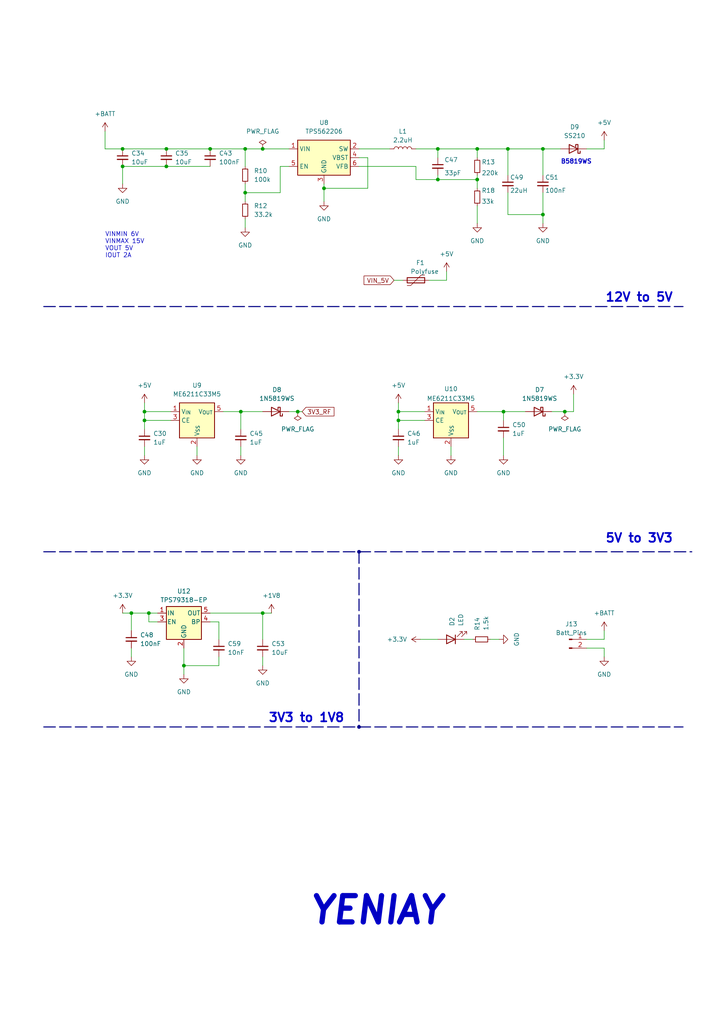
<source format=kicad_sch>
(kicad_sch (version 20231120) (generator "eeschema") (generator_version "8.0")
  (paper "A4" portrait)
  (title_block (title "POWER SECTION"))
  (lib_symbols
    (symbol "Connector:Conn_01x02_Pin" (pin_names (offset 1.016) hide)
      (property "Reference" "J" (at 0 2.54 0))
      (property "Value" "Conn_01x02_Pin" (at 0 -5.08 0))
      (symbol "Conn_01x02_Pin_1_1"
        (polyline (pts (xy 1.27 -2.54) (xy 0.8636 -2.54)) (stroke (width 0.1524)))
        (polyline (pts (xy 1.27 0) (xy 0.8636 0)) (stroke (width 0.1524)))
        (rectangle (start 0.8636 -2.413) (end 0 -2.667) (stroke (width 0.1524)) (fill (type outline)))
        (rectangle (start 0.8636 0.127) (end 0 -0.127) (stroke (width 0.1524)) (fill (type outline)))
        (pin passive line (at 5.08 0 180) (length 3.81) (name "Pin_1") (number "1"))
        (pin passive line (at 5.08 -2.54 180) (length 3.81) (name "Pin_2") (number "2"))
      )
    )
    (symbol "Device:C_Small" (pin_numbers hide) (pin_names (offset 0.254) hide)
      (property "Reference" "C" (at 0.254 1.778 0))
      (property "Value" "C_Small" (at 0.254 -2.032 0))
      (symbol "C_Small_0_1"
        (polyline (pts (xy -1.524 -0.508) (xy 1.524 -0.508)) (stroke (width 0.3302)))
        (polyline (pts (xy -1.524 0.508) (xy 1.524 0.508)) (stroke (width 0.3048)))
      )
      (symbol "C_Small_1_1"
        (pin passive line (at 0 2.54 270) (length 2.032) (name "~") (number "1"))
        (pin passive line (at 0 -2.54 90) (length 2.032) (name "~") (number "2"))
      )
    )
    (symbol "Device:L" (pin_numbers hide) (pin_names (offset 1.016) hide)
      (property "Reference" "L" (at -1.27 0 90))
      (property "Value" "L" (at 1.905 0 90))
      (symbol "L_0_1"
        (arc (start 0 -2.54) (mid 0.6323 -1.905) (end 0 -1.27))
        (arc (start 0 -1.27) (mid 0.6323 -0.635) (end 0 0))
        (arc (start 0 0) (mid 0.6323 0.635) (end 0 1.27))
        (arc (start 0 1.27) (mid 0.6323 1.905) (end 0 2.54))
      )
      (symbol "L_1_1"
        (pin passive line (at 0 3.81 270) (length 1.27) (name "1") (number "1"))
        (pin passive line (at 0 -3.81 90) (length 1.27) (name "2") (number "2"))
      )
    )
    (symbol "Device:LED" (pin_numbers hide) (pin_names (offset 1.016) hide)
      (property "Reference" "D" (at 0 2.54 0))
      (property "Value" "LED" (at 0 -2.54 0))
      (symbol "LED_0_1"
        (polyline (pts (xy -1.27 -1.27) (xy -1.27 1.27)) (stroke (width 0.254)))
        (polyline (pts (xy -1.27 0) (xy 1.27 0)))
        (polyline (pts (xy 1.27 -1.27) (xy 1.27 1.27) (xy -1.27 0) (xy 1.27 -1.27)) (stroke (width 0.254)))
        (polyline (pts (xy -3.048 -0.762) (xy -4.572 -2.286) (xy -3.81 -2.286) (xy -4.572 -2.286) (xy -4.572 -1.524)))
        (polyline (pts (xy -1.778 -0.762) (xy -3.302 -2.286) (xy -2.54 -2.286) (xy -3.302 -2.286) (xy -3.302 -1.524)))
      )
      (symbol "LED_1_1"
        (pin passive line (at -3.81 0 0) (length 2.54) (name "K") (number "1"))
        (pin passive line (at 3.81 0 180) (length 2.54) (name "A") (number "2"))
      )
    )
    (symbol "Device:Polyfuse" (pin_numbers hide) (pin_names (offset 0))
      (property "Reference" "F" (at -2.54 0 90))
      (property "Value" "Polyfuse" (at 2.54 0 90))
      (symbol "Polyfuse_0_1"
        (rectangle (start -0.762 2.54) (end 0.762 -2.54) (stroke (width 0.254)))
        (polyline (pts (xy 0 2.54) (xy 0 -2.54)))
        (polyline (pts (xy -1.524 2.54) (xy -1.524 1.524) (xy 1.524 -1.524) (xy 1.524 -2.54)))
      )
      (symbol "Polyfuse_1_1"
        (pin passive line (at 0 3.81 270) (length 1.27) (name "~") (number "1"))
        (pin passive line (at 0 -3.81 90) (length 1.27) (name "~") (number "2"))
      )
    )
    (symbol "Device:R_Small" (pin_numbers hide) (pin_names (offset 0.254) hide)
      (property "Reference" "R" (at 0.762 0.508 0))
      (property "Value" "R_Small" (at 0.762 -1.016 0))
      (symbol "R_Small_0_1"
        (rectangle (start -0.762 1.778) (end 0.762 -1.778) (stroke (width 0.2032)))
      )
      (symbol "R_Small_1_1"
        (pin passive line (at 0 2.54 270) (length 0.762) (name "~") (number "1"))
        (pin passive line (at 0 -2.54 90) (length 0.762) (name "~") (number "2"))
      )
    )
    (symbol "Diode:1N5819WS" (pin_numbers hide) (pin_names (offset 1.016) hide)
      (property "Reference" "D" (at 0 2.54 0))
      (property "Value" "1N5819WS" (at 0 -2.54 0))
      (symbol "1N5819WS_0_1"
        (polyline (pts (xy 1.27 0) (xy -1.27 0)))
        (polyline (pts (xy 1.27 1.27) (xy 1.27 -1.27) (xy -1.27 0) (xy 1.27 1.27)) (stroke (width 0.254)))
        (polyline (pts (xy -1.905 0.635) (xy -1.905 1.27) (xy -1.27 1.27) (xy -1.27 -1.27) (xy -0.635 -1.27) (xy -0.635 -0.635)) (stroke (width 0.254)))
      )
      (symbol "1N5819WS_1_1"
        (pin passive line (at -3.81 0 0) (length 2.54) (name "K") (number "1"))
        (pin passive line (at 3.81 0 180) (length 2.54) (name "A") (number "2"))
      )
    )
    (symbol "Diode:SS210" (pin_numbers hide) (pin_names (offset 1.016) hide)
      (property "Reference" "D" (at 0 2.54 0))
      (property "Value" "SS210" (at 0 -2.54 0))
      (symbol "SS210_0_1"
        (polyline (pts (xy 1.27 0) (xy -1.27 0)))
        (polyline (pts (xy 1.27 1.27) (xy 1.27 -1.27) (xy -1.27 0) (xy 1.27 1.27)) (stroke (width 0.254)))
        (polyline (pts (xy -1.905 0.635) (xy -1.905 1.27) (xy -1.27 1.27) (xy -1.27 -1.27) (xy -0.635 -1.27) (xy -0.635 -0.635)) (stroke (width 0.254)))
      )
      (symbol "SS210_1_1"
        (pin passive line (at -3.81 0 0) (length 2.54) (name "K") (number "1"))
        (pin passive line (at 3.81 0 180) (length 2.54) (name "A") (number "2"))
      )
    )
    (symbol "Regulator_Linear:ME6211C33M5"
      (property "Reference" "U" (at -4.572 6.35 0))
      (property "Value" "ME6211C33M5" (at 10.16 8.636 0))
      (symbol "ME6211C33M5_1_1"
        (rectangle (start -5.08 5.08) (end 5.08 -5.08) (stroke (width 0.254)) (fill (type background)))
        (pin power_in line (at -7.62 2.54 0) (length 2.54) (name "V_{IN}") (number "1"))
        (pin power_in line (at 0 -7.62 90) (length 2.54) (name "V_{SS}") (number "2"))
        (pin input line (at -7.62 0 0) (length 2.54) (name "CE") (number "3"))
        (pin no_connect line (at 5.08 0 180) (length 2.54) hide (name "NC") (number "4"))
        (pin power_out line (at 7.62 2.54 180) (length 2.54) (name "V_{OUT}") (number "5"))
      )
    )
    (symbol "Regulator_Linear:TPS79318-EP" (pin_names (offset 0.254))
      (property "Reference" "U" (at -3.81 5.715 0))
      (property "Value" "TPS79318-EP" (at 0 5.715 0))
      (symbol "TPS79318-EP_1_1"
        (rectangle (start 5.08 -5.08) (end -5.08 4.445) (stroke (width 0.254)) (fill (type background)))
        (pin power_in line (at -7.62 2.54 0) (length 2.54) (name "IN") (number "1"))
        (pin power_in line (at 0 -7.62 90) (length 2.54) (name "GND") (number "2"))
        (pin input line (at -7.62 0 0) (length 2.54) (name "EN") (number "3"))
        (pin bidirectional line (at 7.62 0 180) (length 2.54) (name "BP") (number "4"))
        (pin power_out line (at 7.62 2.54 180) (length 2.54) (name "OUT") (number "5"))
      )
    )
    (symbol "Regulator_Switching:TPS562206"
      (property "Reference" "U" (at -7.62 6.35 0))
      (property "Value" "TPS562206" (at -2.54 6.35 0))
      (symbol "TPS562206_0_1"
        (rectangle (start -7.62 5.08) (end 7.62 -5.08) (stroke (width 0.254)) (fill (type background)))
      )
      (symbol "TPS562206_1_1"
        (pin power_in line (at -10.16 2.54 0) (length 2.54) (name "VIN") (number "1"))
        (pin output line (at 10.16 2.54 180) (length 2.54) (name "SW") (number "2"))
        (pin power_in line (at 0 -7.62 90) (length 2.54) (name "GND") (number "3"))
        (pin passive line (at 10.16 0 180) (length 2.54) (name "VBST") (number "4"))
        (pin input line (at -10.16 -2.54 0) (length 2.54) (name "EN") (number "5"))
        (pin input line (at 10.16 -2.54 180) (length 2.54) (name "VFB") (number "6"))
      )
    )
    (symbol "power:+1V8" (power) (pin_numbers hide) (pin_names (offset 0) hide)
      (property "Value" "+1V8" (at 0 3.556 0))
      (symbol "+1V8_0_1"
        (polyline (pts (xy -0.762 1.27) (xy 0 2.54)))
        (polyline (pts (xy 0 0) (xy 0 2.54)))
        (polyline (pts (xy 0 2.54) (xy 0.762 1.27)))
      )
      (symbol "+1V8_1_1"
        (pin power_in line (at 0 0 90) (length 0) (name "~") (number "1"))
      )
    )
    (symbol "power:+3.3V" (power) (pin_numbers hide) (pin_names (offset 0) hide)
      (property "Value" "+3.3V" (at 0 3.556 0))
      (symbol "+3.3V_0_1"
        (polyline (pts (xy -0.762 1.27) (xy 0 2.54)))
        (polyline (pts (xy 0 0) (xy 0 2.54)))
        (polyline (pts (xy 0 2.54) (xy 0.762 1.27)))
      )
      (symbol "+3.3V_1_1"
        (pin power_in line (at 0 0 90) (length 0) (name "~") (number "1"))
      )
    )
    (symbol "power:+5V" (power) (pin_numbers hide) (pin_names (offset 0) hide)
      (property "Value" "+5V" (at 0 3.556 0))
      (symbol "+5V_0_1"
        (polyline (pts (xy -0.762 1.27) (xy 0 2.54)))
        (polyline (pts (xy 0 0) (xy 0 2.54)))
        (polyline (pts (xy 0 2.54) (xy 0.762 1.27)))
      )
      (symbol "+5V_1_1"
        (pin power_in line (at 0 0 90) (length 0) (name "~") (number "1"))
      )
    )
    (symbol "power:+BATT" (power) (pin_numbers hide) (pin_names (offset 0) hide)
      (property "Value" "+BATT" (at 0 3.556 0))
      (symbol "+BATT_0_1"
        (polyline (pts (xy -0.762 1.27) (xy 0 2.54)))
        (polyline (pts (xy 0 0) (xy 0 2.54)))
        (polyline (pts (xy 0 2.54) (xy 0.762 1.27)))
      )
      (symbol "+BATT_1_1"
        (pin power_in line (at 0 0 90) (length 0) (name "~") (number "1"))
      )
    )
    (symbol "power:GND" (power) (pin_numbers hide) (pin_names (offset 0) hide)
      (property "Value" "GND" (at 0 -3.81 0))
      (symbol "GND_0_1"
        (polyline (pts (xy 0 0) (xy 0 -1.27) (xy 1.27 -1.27) (xy 0 -2.54) (xy -1.27 -1.27) (xy 0 -1.27)))
      )
      (symbol "GND_1_1"
        (pin power_in line (at 0 0 270) (length 0) (name "~") (number "1"))
      )
    )
    (symbol "power:PWR_FLAG" (power) (pin_numbers hide) (pin_names (offset 0) hide)
      (property "Value" "PWR_FLAG" (at 0 3.81 0))
      (symbol "PWR_FLAG_0_0"
        (pin power_out line (at 0 0 90) (length 0) (name "~") (number "1"))
      )
      (symbol "PWR_FLAG_0_1"
        (polyline (pts (xy 0 0) (xy 0 1.27) (xy -1.016 1.905) (xy 0 2.54) (xy 1.016 1.905) (xy 0 1.27)))
      )
    )
  )
  (junction (at 41.91 121.92))
  (junction (at 157.48 62.23))
  (junction (at 138.43 43.18))
  (junction (at 60.96 43.18))
  (junction (at 86.36 119.38))
  (junction (at 35.56 48.26))
  (junction (at 138.43 52.07))
  (junction (at 157.48 43.18))
  (junction (at 48.26 48.26))
  (junction (at 127 43.18))
  (junction (at 69.85 119.38))
  (junction (at 53.34 193.04))
  (junction (at 35.56 43.18))
  (junction (at 71.12 55.88))
  (junction (at 93.98 54.61))
  (junction (at 41.91 119.38))
  (junction (at 38.1 177.8))
  (junction (at 127 52.07))
  (junction (at 71.12 43.18))
  (junction (at 115.57 119.38))
  (junction (at 76.2 177.8))
  (junction (at 146.05 119.38))
  (junction (at 104.14 160.02))
  (junction (at 147.32 43.18))
  (junction (at 43.18 177.8))
  (junction (at 163.83 119.38))
  (junction (at 48.26 43.18))
  (junction (at 104.14 210.82))
  (junction (at 115.57 121.92))
  (junction (at 76.2 43.18))
  (wire (pts (xy 76.2 43.18) (xy 83.82 43.18)))
  (wire (pts (xy 104.14 48.26) (xy 120.65 48.26)))
  (wire (pts (xy 35.56 48.26) (xy 48.26 48.26)))
  (wire (pts (xy 60.96 177.8) (xy 76.2 177.8)))
  (bus (pts (xy 104.14 160.02) (xy 104.14 210.82)) (stroke (width 0) (type dash)))
  (wire (pts (xy 60.96 180.34) (xy 63.5 180.34)))
  (bus (pts (xy 12.7 210.82) (xy 104.14 210.82)) (stroke (width 0) (type dash)))
  (wire (pts (xy 120.65 48.26) (xy 120.65 52.07)))
  (wire (pts (xy 166.37 119.38) (xy 166.37 114.3)))
  (wire (pts (xy 76.2 177.8) (xy 78.74 177.8)))
  (wire (pts (xy 114.3 81.28) (xy 116.84 81.28)))
  (wire (pts (xy 69.85 129.54) (xy 69.85 132.08)))
  (wire (pts (xy 127 43.18) (xy 138.43 43.18)))
  (wire (pts (xy 120.65 43.18) (xy 127 43.18)))
  (wire (pts (xy 147.32 55.88) (xy 147.32 62.23)))
  (wire (pts (xy 170.18 187.96) (xy 175.26 187.96)))
  (wire (pts (xy 157.48 62.23) (xy 157.48 64.77)))
  (wire (pts (xy 138.43 59.69) (xy 138.43 64.77)))
  (wire (pts (xy 86.36 119.38) (xy 83.82 119.38)))
  (wire (pts (xy 71.12 55.88) (xy 71.12 58.42)))
  (wire (pts (xy 138.43 50.8) (xy 138.43 52.07)))
  (wire (pts (xy 93.98 53.34) (xy 93.98 54.61)))
  (wire (pts (xy 48.26 43.18) (xy 60.96 43.18)))
  (wire (pts (xy 38.1 177.8) (xy 43.18 177.8)))
  (wire (pts (xy 146.05 119.38) (xy 146.05 121.92)))
  (bus (pts (xy 104.14 160.02) (xy 200.66 160.02)) (stroke (width 0) (type dash)))
  (wire (pts (xy 115.57 124.46) (xy 115.57 121.92)))
  (wire (pts (xy 146.05 127) (xy 146.05 132.08)))
  (wire (pts (xy 87.63 119.38) (xy 86.36 119.38)))
  (wire (pts (xy 124.46 81.28) (xy 129.54 81.28)))
  (wire (pts (xy 175.26 187.96) (xy 175.26 190.5)))
  (wire (pts (xy 115.57 129.54) (xy 115.57 132.08)))
  (wire (pts (xy 41.91 116.84) (xy 41.91 119.38)))
  (wire (pts (xy 138.43 52.07) (xy 138.43 54.61)))
  (wire (pts (xy 38.1 177.8) (xy 38.1 182.88)))
  (wire (pts (xy 63.5 190.5) (xy 63.5 193.04)))
  (wire (pts (xy 41.91 121.92) (xy 49.53 121.92)))
  (wire (pts (xy 41.91 124.46) (xy 41.91 121.92)))
  (wire (pts (xy 35.56 48.26) (xy 35.56 53.34)))
  (wire (pts (xy 147.32 43.18) (xy 147.32 50.8)))
  (wire (pts (xy 170.18 43.18) (xy 175.26 43.18)))
  (wire (pts (xy 53.34 187.96) (xy 53.34 193.04)))
  (wire (pts (xy 115.57 119.38) (xy 123.19 119.38)))
  (wire (pts (xy 71.12 53.34) (xy 71.12 55.88)))
  (wire (pts (xy 127 52.07) (xy 138.43 52.07)))
  (wire (pts (xy 76.2 119.38) (xy 69.85 119.38)))
  (wire (pts (xy 43.18 177.8) (xy 43.18 180.34)))
  (wire (pts (xy 157.48 62.23) (xy 157.48 55.88)))
  (wire (pts (xy 147.32 62.23) (xy 157.48 62.23)))
  (wire (pts (xy 45.72 180.34) (xy 43.18 180.34)))
  (wire (pts (xy 134.62 185.42) (xy 137.16 185.42)))
  (bus (pts (xy 104.14 210.82) (xy 198.12 210.82)) (stroke (width 0) (type dash)))
  (wire (pts (xy 127 43.18) (xy 127 45.72)))
  (wire (pts (xy 76.2 177.8) (xy 76.2 185.42)))
  (wire (pts (xy 104.14 43.18) (xy 113.03 43.18)))
  (bus (pts (xy 12.7 160.02) (xy 104.14 160.02)) (stroke (width 0) (type dash)))
  (wire (pts (xy 115.57 121.92) (xy 123.19 121.92)))
  (wire (pts (xy 30.48 38.1) (xy 30.48 43.18)))
  (wire (pts (xy 160.02 119.38) (xy 163.83 119.38)))
  (wire (pts (xy 175.26 40.64) (xy 175.26 43.18)))
  (bus (pts (xy 12.7 88.9) (xy 198.12 88.9)) (stroke (width 0) (type dash)))
  (wire (pts (xy 93.98 54.61) (xy 93.98 58.42)))
  (wire (pts (xy 106.68 45.72) (xy 106.68 54.61)))
  (wire (pts (xy 35.56 43.18) (xy 48.26 43.18)))
  (wire (pts (xy 63.5 185.42) (xy 63.5 180.34)))
  (wire (pts (xy 71.12 63.5) (xy 71.12 66.04)))
  (wire (pts (xy 41.91 119.38) (xy 49.53 119.38)))
  (wire (pts (xy 83.82 48.26) (xy 81.28 48.26)))
  (wire (pts (xy 30.48 43.18) (xy 35.56 43.18)))
  (wire (pts (xy 53.34 193.04) (xy 63.5 193.04)))
  (wire (pts (xy 53.34 195.58) (xy 53.34 193.04)))
  (wire (pts (xy 71.12 43.18) (xy 76.2 43.18)))
  (wire (pts (xy 157.48 43.18) (xy 162.56 43.18)))
  (wire (pts (xy 129.54 78.74) (xy 129.54 81.28)))
  (wire (pts (xy 76.2 190.5) (xy 76.2 193.04)))
  (wire (pts (xy 115.57 119.38) (xy 115.57 121.92)))
  (wire (pts (xy 93.98 54.61) (xy 106.68 54.61)))
  (wire (pts (xy 48.26 48.26) (xy 60.96 48.26)))
  (wire (pts (xy 138.43 119.38) (xy 146.05 119.38)))
  (wire (pts (xy 157.48 43.18) (xy 157.48 50.8)))
  (wire (pts (xy 35.56 177.8) (xy 38.1 177.8)))
  (wire (pts (xy 104.14 45.72) (xy 106.68 45.72)))
  (wire (pts (xy 147.32 43.18) (xy 157.48 43.18)))
  (wire (pts (xy 175.26 185.42) (xy 175.26 182.88)))
  (wire (pts (xy 64.77 119.38) (xy 69.85 119.38)))
  (wire (pts (xy 120.65 52.07) (xy 127 52.07)))
  (wire (pts (xy 41.91 119.38) (xy 41.91 121.92)))
  (wire (pts (xy 142.24 185.42) (xy 144.78 185.42)))
  (wire (pts (xy 127 50.8) (xy 127 52.07)))
  (wire (pts (xy 146.05 119.38) (xy 152.4 119.38)))
  (wire (pts (xy 60.96 43.18) (xy 71.12 43.18)))
  (wire (pts (xy 41.91 129.54) (xy 41.91 132.08)))
  (wire (pts (xy 69.85 119.38) (xy 69.85 124.46)))
  (wire (pts (xy 71.12 43.18) (xy 71.12 48.26)))
  (wire (pts (xy 138.43 43.18) (xy 147.32 43.18)))
  (wire (pts (xy 38.1 187.96) (xy 38.1 190.5)))
  (wire (pts (xy 138.43 43.18) (xy 138.43 45.72)))
  (wire (pts (xy 121.92 185.42) (xy 127 185.42)))
  (wire (pts (xy 71.12 55.88) (xy 81.28 55.88)))
  (wire (pts (xy 57.15 129.54) (xy 57.15 132.08)))
  (wire (pts (xy 130.81 129.54) (xy 130.81 132.08)))
  (wire (pts (xy 81.28 48.26) (xy 81.28 55.88)))
  (wire (pts (xy 115.57 116.84) (xy 115.57 119.38)))
  (wire (pts (xy 163.83 119.38) (xy 166.37 119.38)))
  (wire (pts (xy 170.18 185.42) (xy 175.26 185.42)))
  (wire (pts (xy 43.18 177.8) (xy 45.72 177.8)))
  (text "YENIAY" (at 109.22 264.16 0) (effects (font (size 7.62 7.62) (bold yes) (italic yes))))
  (text "3V3 to 1V8" (at 88.9 208.28 0) (effects (font (size 2.54 2.54) (thickness 0.508) (bold yes))))
  (text "VINMIN 6V\nVINMAX 15V\nVOUT 5V\nIOUT 2A" (at 30.48 71.12 0) (effects (font (size 1.27 1.27)) (justify left)))
  (text "B5819WS " (at 167.64 46.99 0) (effects (font (size 1.27 1.27) (thickness 0.254) (bold yes))))
  (text "12V to 5V" (at 185.42 86.36 0) (effects (font (size 2.54 2.54) (thickness 0.508) (bold yes))))
  (text "5V to 3V3" (at 185.42 156.21 0) (effects (font (size 2.54 2.54) (thickness 0.508) (bold yes))))
  (global_label "VIN_5V" (shape input) (at 114.3 81.28 180) (property "Intersheetrefs" "${INTERSHEET_REFS}" (effects (hide yes))))
  (global_label "3V3_RF" (shape input) (at 87.63 119.38 0) (property "Intersheetrefs" "${INTERSHEET_REFS}" (effects (hide yes))))
  (symbol (lib_id "power:GND") (at 57.15 132.08 0) (unit 1)
    (property "Reference" "#PWR070" (effects (hide yes)))
    (property "Value" "GND" (at 57.15 137.16 0))
    (property "Description" "Power symbol creates a global label with name \"GND\" , ground" (effects (hide yes)))
  )
  (symbol (lib_id "power:PWR_FLAG") (at 76.2 43.18 0) (unit 1)
    (property "Reference" "#FLG02" (effects (hide yes)))
    (property "Value" "PWR_FLAG" (at 76.2 38.1 0))
    (property "Description" "Special symbol for telling ERC where power comes from" (effects (hide yes)))
  )
  (symbol (lib_id "power:+5V") (at 115.57 116.84 0) (unit 1)
    (property "Reference" "#PWR085" (effects (hide yes)))
    (property "Value" "+5V" (at 115.57 111.76 0))
    (property "Description" "Power symbol creates a global label with name \"+5V\"" (effects (hide yes)))
  )
  (symbol (lib_id "power:GND") (at 69.85 132.08 0) (unit 1)
    (property "Reference" "#PWR084" (effects (hide yes)))
    (property "Value" "GND" (at 69.85 137.16 0))
    (property "Description" "Power symbol creates a global label with name \"GND\" , ground" (effects (hide yes)))
  )
  (symbol (lib_id "Device:C_Small") (at 48.26 45.72 0) (unit 1)
    (property "Reference" "C35" (at 50.8 44.4562 0) (effects (justify left)))
    (property "Value" "10uF" (at 50.8 46.9962 0) (effects (justify left)))
    (property "Footprint" "Capacitor_SMD:C_0603_1608Metric" (effects (hide yes)))
    (property "Description" "Unpolarized capacitor, small symbol" (effects (hide yes)))
  )
  (symbol (lib_id "power:GND") (at 41.91 132.08 0) (unit 1)
    (property "Reference" "#PWR071" (effects (hide yes)))
    (property "Value" "GND" (at 41.91 137.16 0))
    (property "Description" "Power symbol creates a global label with name \"GND\" , ground" (effects (hide yes)))
  )
  (symbol (lib_id "Diode:1N5819WS") (at 80.01 119.38 180) (unit 1)
    (property "Reference" "D8" (at 80.3275 113.03 0))
    (property "Value" "1N5819WS" (at 80.3275 115.57 0))
    (property "Footprint" "Diode_SMD:D_SOD-323" (effects (hide yes)))
    (property "Datasheet" "https://datasheet.lcsc.com/lcsc/2204281430_Guangdong-Hottech-1N5819WS_C191023.pdf" (effects (hide yes)))
    (property "Description" "40V 600mV@1A 1A SOD-323 Schottky Barrier Diodes, SOD-323" (effects (hide yes)))
  )
  (symbol (lib_id "Device:R_Small") (at 71.12 60.96 0) (unit 1)
    (property "Reference" "R12" (at 73.66 59.6899 0) (effects (justify left)))
    (property "Value" "33.2k" (at 73.66 62.2299 0) (effects (justify left)))
    (property "Footprint" "Resistor_SMD:R_0402_1005Metric" (effects (hide yes)))
    (property "Description" "Resistor, small symbol" (effects (hide yes)))
  )
  (symbol (lib_id "power:GND") (at 53.34 195.58 0) (unit 1)
    (property "Reference" "#PWR090" (effects (hide yes)))
    (property "Value" "GND" (at 53.34 200.66 0))
    (property "Description" "Power symbol creates a global label with name \"GND\" , ground" (effects (hide yes)))
  )
  (symbol (lib_id "power:+1V8") (at 78.74 177.8 0) (unit 1)
    (property "Reference" "#PWR0103" (effects (hide yes)))
    (property "Value" "+1V8" (at 78.74 172.72 0))
    (property "Description" "Power symbol creates a global label with name \"+1V8\"" (effects (hide yes)))
  )
  (symbol (lib_id "power:GND") (at 38.1 190.5 0) (unit 1)
    (property "Reference" "#PWR099" (effects (hide yes)))
    (property "Value" "GND" (at 38.1 195.58 0))
    (property "Description" "Power symbol creates a global label with name \"GND\" , ground" (effects (hide yes)))
  )
  (symbol (lib_id "Device:R_Small") (at 138.43 57.15 0) (unit 1)
    (property "Reference" "R18" (at 139.7 55.245 0) (effects (justify left)))
    (property "Value" "33k" (at 139.7 58.42 0) (effects (justify left)))
    (property "Footprint" "Resistor_SMD:R_0402_1005Metric" (effects (hide yes)))
    (property "Description" "Resistor, small symbol" (effects (hide yes)))
  )
  (symbol (lib_id "Device:C_Small") (at 63.5 187.96 0) (unit 1)
    (property "Reference" "C59" (at 66.04 186.6962 0) (effects (justify left)))
    (property "Value" "10nF" (at 66.04 189.2362 0) (effects (justify left)))
    (property "Footprint" "Capacitor_SMD:C_0402_1005Metric" (effects (hide yes)))
    (property "Description" "Unpolarized capacitor, small symbol" (effects (hide yes)))
  )
  (symbol (lib_id "Device:C_Small") (at 146.05 124.46 0) (unit 1)
    (property "Reference" "C50" (at 148.59 123.1962 0) (effects (justify left)))
    (property "Value" "1uF" (at 148.59 125.7362 0) (effects (justify left)))
    (property "Footprint" "Capacitor_SMD:C_0805_2012Metric" (effects (hide yes)))
    (property "Description" "Unpolarized capacitor, small symbol" (effects (hide yes)))
  )
  (symbol (lib_id "Device:L") (at 116.84 43.18 90) (unit 1)
    (property "Reference" "L1" (at 116.84 38.1 90))
    (property "Value" "2.2uH" (at 116.84 40.64 90))
    (property "Footprint" "Inductor_SMD:L_0402_1005Metric" (effects (hide yes)))
    (property "Description" "Inductor" (effects (hide yes)))
  )
  (symbol (lib_id "power:GND") (at 115.57 132.08 0) (unit 1)
    (property "Reference" "#PWR093" (effects (hide yes)))
    (property "Value" "GND" (at 115.57 137.16 0))
    (property "Description" "Power symbol creates a global label with name \"GND\" , ground" (effects (hide yes)))
  )
  (symbol (lib_id "power:+3.3V") (at 166.37 114.3 0) (unit 1)
    (property "Reference" "#PWR072" (effects (hide yes)))
    (property "Value" "+3.3V" (at 166.37 109.22 0))
    (property "Description" "Power symbol creates a global label with name \"+3.3V\"" (effects (hide yes)))
  )
  (symbol (lib_id "power:PWR_FLAG") (at 86.36 119.38 180) (unit 1)
    (property "Reference" "#FLG04" (effects (hide yes)))
    (property "Value" "PWR_FLAG" (at 86.36 124.46 0))
    (property "Description" "Special symbol for telling ERC where power comes from" (effects (hide yes)))
  )
  (symbol (lib_id "Device:C_Small") (at 41.91 127 0) (unit 1)
    (property "Reference" "C30" (at 44.45 125.7362 0) (effects (justify left)))
    (property "Value" "1uF" (at 44.45 128.2762 0) (effects (justify left)))
    (property "Footprint" "Capacitor_SMD:C_0805_2012Metric" (effects (hide yes)))
    (property "Description" "Unpolarized capacitor, small symbol" (effects (hide yes)))
  )
  (symbol (lib_id "Device:C_Small") (at 127 48.26 0) (unit 1)
    (property "Reference" "C47" (at 128.905 46.355 0) (effects (justify left)))
    (property "Value" "33pF" (at 128.905 50.165 0) (effects (justify left)))
    (property "Footprint" "Capacitor_SMD:C_0402_1005Metric" (effects (hide yes)))
    (property "Description" "Unpolarized capacitor, small symbol" (effects (hide yes)))
  )
  (symbol (lib_id "Diode:SS210") (at 166.37 43.18 180) (unit 1)
    (property "Reference" "D9" (at 166.6875 36.83 0))
    (property "Value" "SS210" (at 166.6875 39.37 0))
    (property "Footprint" "Diode_SMD:D_SOD-323" (effects (hide yes)))
    (property "Datasheet" "https://www.wontop.com/uploadfiles/56/sort_excel/pdf/ss22.pdf" (effects (hide yes)))
    (property "Description" "100V 2A Schottky Diode, SMA" (effects (hide yes)))
  )
  (symbol (lib_id "Device:C_Small") (at 69.85 127 0) (unit 1)
    (property "Reference" "C45" (at 72.39 125.7362 0) (effects (justify left)))
    (property "Value" "1uF" (at 72.39 128.2762 0) (effects (justify left)))
    (property "Footprint" "Capacitor_SMD:C_0805_2012Metric" (effects (hide yes)))
    (property "Description" "Unpolarized capacitor, small symbol" (effects (hide yes)))
  )
  (symbol (lib_id "power:+BATT") (at 175.26 182.88 0) (unit 1)
    (property "Reference" "#PWR0107" (effects (hide yes)))
    (property "Value" "+BATT" (at 175.26 177.8 0))
    (property "Description" "Power symbol creates a global label with name \"+BATT\"" (effects (hide yes)))
  )
  (symbol (lib_id "Connector:Conn_01x02_Pin") (at 165.1 185.42 0) (unit 1)
    (property "Reference" "J13" (at 165.735 180.975 0))
    (property "Value" "Batt_Pins" (at 165.735 183.515 0))
    (property "Footprint" "Connector_PinSocket_2.54mm:PinSocket_1x02_P2.54mm_Vertical" (effects (hide yes)))
    (property "Description" "Generic connector, single row, 01x02, script generated" (effects (hide yes)))
  )
  (symbol (lib_id "Device:C_Small") (at 60.96 45.72 0) (unit 1)
    (property "Reference" "C43" (at 63.5 44.4562 0) (effects (justify left)))
    (property "Value" "100nF" (at 63.5 46.9962 0) (effects (justify left)))
    (property "Footprint" "Capacitor_SMD:C_0402_1005Metric" (effects (hide yes)))
    (property "Description" "Unpolarized capacitor, small symbol" (effects (hide yes)))
  )
  (symbol (lib_id "power:GND") (at 138.43 64.77 0) (unit 1)
    (property "Reference" "#PWR081" (effects (hide yes)))
    (property "Value" "GND" (at 138.43 69.85 0))
    (property "Description" "Power symbol creates a global label with name \"GND\" , ground" (effects (hide yes)))
  )
  (symbol (lib_id "power:GND") (at 71.12 66.04 0) (unit 1)
    (property "Reference" "#PWR078" (effects (hide yes)))
    (property "Value" "GND" (at 71.12 71.12 0))
    (property "Description" "Power symbol creates a global label with name \"GND\" , ground" (effects (hide yes)))
  )
  (symbol (lib_id "Device:LED") (at 130.81 185.42 180) (unit 1)
    (property "Reference" "D2" (at 131.1274 181.61 90) (effects (justify right)))
    (property "Value" "LED" (at 133.6674 181.61 90) (effects (justify right)))
    (property "Footprint" "LED_SMD:LED_0603_1608Metric" (effects (hide yes)))
    (property "Description" "Light emitting diode" (effects (hide yes)))
  )
  (symbol (lib_id "power:GND") (at 130.81 132.08 0) (unit 1)
    (property "Reference" "#PWR094" (effects (hide yes)))
    (property "Value" "GND" (at 130.81 137.16 0))
    (property "Description" "Power symbol creates a global label with name \"GND\" , ground" (effects (hide yes)))
  )
  (symbol (lib_id "Device:C_Small") (at 35.56 45.72 0) (unit 1)
    (property "Reference" "C34" (at 38.1 44.4562 0) (effects (justify left)))
    (property "Value" "10uF" (at 38.1 46.9962 0) (effects (justify left)))
    (property "Footprint" "Capacitor_SMD:C_0603_1608Metric" (effects (hide yes)))
    (property "Description" "Unpolarized capacitor, small symbol" (effects (hide yes)))
  )
  (symbol (lib_id "Device:Polyfuse") (at 120.65 81.28 90) (unit 1)
    (property "Reference" "F1" (at 121.92 76.2 90))
    (property "Value" "Polyfuse" (at 123.19 78.74 90))
    (property "Footprint" "Fuse:Fuse_0805_2012Metric" (effects (hide yes)))
    (property "Description" "Resettable fuse, polymeric positive temperature coefficient" (effects (hide yes)))
  )
  (symbol (lib_id "power:+5V") (at 175.26 40.64 0) (unit 1)
    (property "Reference" "#PWR021" (effects (hide yes)))
    (property "Value" "+5V" (at 175.26 35.56 0))
    (property "Description" "Power symbol creates a global label with name \"+5V\"" (effects (hide yes)))
  )
  (symbol (lib_id "power:GND") (at 157.48 64.77 0) (unit 1)
    (property "Reference" "#PWR088" (effects (hide yes)))
    (property "Value" "GND" (at 157.48 69.85 0))
    (property "Description" "Power symbol creates a global label with name \"GND\" , ground" (effects (hide yes)))
  )
  (symbol (lib_id "Device:R_Small") (at 139.7 185.42 270) (unit 1)
    (property "Reference" "R14" (at 138.4299 182.88 0) (effects (justify right)))
    (property "Value" "1.5k" (at 140.9699 182.88 0) (effects (justify right)))
    (property "Footprint" "Resistor_SMD:R_0402_1005Metric" (effects (hide yes)))
    (property "Description" "Resistor, small symbol" (effects (hide yes)))
  )
  (symbol (lib_id "power:GND") (at 93.98 58.42 0) (unit 1)
    (property "Reference" "#PWR077" (effects (hide yes)))
    (property "Value" "GND" (at 93.98 63.5 0))
    (property "Description" "Power symbol creates a global label with name \"GND\" , ground" (effects (hide yes)))
  )
  (symbol (lib_id "Device:C_Small") (at 147.32 53.34 0) (unit 1)
    (property "Reference" "C49" (at 147.955 51.435 0) (effects (justify left)))
    (property "Value" "22uH" (at 147.955 55.245 0) (effects (justify left)))
    (property "Footprint" "Capacitor_SMD:C_0603_1608Metric" (effects (hide yes)))
    (property "Description" "Unpolarized capacitor, small symbol" (effects (hide yes)))
  )
  (symbol (lib_id "Regulator_Switching:TPS562206") (at 93.98 45.72 0) (unit 1)
    (property "Reference" "U8" (at 93.98 35.56 0))
    (property "Value" "TPS562206" (at 93.98 38.1 0))
    (property "Footprint" "Package_TO_SOT_SMD:SOT-563" (effects (hide yes)))
    (property "Datasheet" "https://www.ti.com/lit/ds/symlink/tps562203.pdf" (effects (hide yes)))
    (property "Description" "2A Synchronous Step-Down Voltage Regulator 600kHz, Adjustable Output Voltage, 4.5-17V Input Voltage, 0.6V-7V Output Voltage, SOT-563" (effects (hide yes)))
  )
  (symbol (lib_id "Device:C_Small") (at 76.2 187.96 0) (unit 1)
    (property "Reference" "C53" (at 78.74 186.6962 0) (effects (justify left)))
    (property "Value" "10uF" (at 78.74 189.2362 0) (effects (justify left)))
    (property "Footprint" "Capacitor_SMD:C_0603_1608Metric" (effects (hide yes)))
    (property "Description" "Unpolarized capacitor, small symbol" (effects (hide yes)))
  )
  (symbol (lib_id "power:+3.3V") (at 121.92 185.42 90) (unit 1)
    (property "Reference" "#PWR0110" (effects (hide yes)))
    (property "Value" "+3.3V" (at 118.11 185.4199 90) (effects (justify left)))
    (property "Description" "Power symbol creates a global label with name \"+3.3V\"" (effects (hide yes)))
  )
  (symbol (lib_id "power:PWR_FLAG") (at 163.83 119.38 180) (unit 1)
    (property "Reference" "#FLG03" (effects (hide yes)))
    (property "Value" "PWR_FLAG" (at 163.83 124.46 0))
    (property "Description" "Special symbol for telling ERC where power comes from" (effects (hide yes)))
  )
  (symbol (lib_id "Device:R_Small") (at 138.43 48.26 0) (unit 1)
    (property "Reference" "R13" (at 139.7 46.99 0) (effects (justify left)))
    (property "Value" "220k" (at 139.7 50.165 0) (effects (justify left)))
    (property "Footprint" "Resistor_SMD:R_0402_1005Metric" (effects (hide yes)))
    (property "Description" "Resistor, small symbol" (effects (hide yes)))
  )
  (symbol (lib_id "power:GND") (at 175.26 190.5 0) (unit 1)
    (property "Reference" "#PWR0108" (effects (hide yes)))
    (property "Value" "GND" (at 175.26 195.58 0))
    (property "Description" "Power symbol creates a global label with name \"GND\" , ground" (effects (hide yes)))
  )
  (symbol (lib_id "Device:C_Small") (at 157.48 53.34 0) (unit 1)
    (property "Reference" "C51" (at 158.115 51.435 0) (effects (justify left)))
    (property "Value" "100nF" (at 158.115 55.245 0) (effects (justify left)))
    (property "Footprint" "Capacitor_SMD:C_0402_1005Metric" (effects (hide yes)))
    (property "Description" "Unpolarized capacitor, small symbol" (effects (hide yes)))
  )
  (symbol (lib_id "power:+5V") (at 129.54 78.74 0) (unit 1)
    (property "Reference" "#PWR015" (effects (hide yes)))
    (property "Value" "+5V" (at 129.54 73.66 0))
    (property "Description" "Power symbol creates a global label with name \"+5V\"" (effects (hide yes)))
  )
  (symbol (lib_id "power:+3.3V") (at 35.56 177.8 0) (unit 1)
    (property "Reference" "#PWR089" (effects (hide yes)))
    (property "Value" "+3.3V" (at 35.56 172.72 0))
    (property "Description" "Power symbol creates a global label with name \"+3.3V\"" (effects (hide yes)))
  )
  (symbol (lib_id "power:GND") (at 146.05 132.08 0) (unit 1)
    (property "Reference" "#PWR096" (effects (hide yes)))
    (property "Value" "GND" (at 146.05 137.16 0))
    (property "Description" "Power symbol creates a global label with name \"GND\" , ground" (effects (hide yes)))
  )
  (symbol (lib_id "Device:R_Small") (at 71.12 50.8 0) (unit 1)
    (property "Reference" "R10" (at 73.66 49.5299 0) (effects (justify left)))
    (property "Value" "100k" (at 73.66 52.0699 0) (effects (justify left)))
    (property "Footprint" "Resistor_SMD:R_0402_1005Metric" (effects (hide yes)))
    (property "Description" "Resistor, small symbol" (effects (hide yes)))
  )
  (symbol (lib_id "power:+BATT") (at 30.48 38.1 0) (unit 1)
    (property "Reference" "#PWR0104" (effects (hide yes)))
    (property "Value" "+BATT" (at 30.48 33.02 0))
    (property "Description" "Power symbol creates a global label with name \"+BATT\"" (effects (hide yes)))
  )
  (symbol (lib_id "Regulator_Linear:ME6211C33M5") (at 57.15 121.92 0) (unit 1)
    (property "Reference" "U9" (at 57.15 111.76 0))
    (property "Value" "ME6211C33M5" (at 57.15 114.3 0))
    (property "Footprint" "Package_TO_SOT_SMD:SOT-23-5" (effects (hide yes)))
    (property "Datasheet" "https://www.lcsc.com/datasheet/lcsc_datasheet_2304140030_MICRONE-Nanjing-Micro-One-Elec-ME6211C33R5G_C235316.pdf" (effects (hide yes)))
    (property "Description" "500mA low dropout linear regulator, shutdown pin, 6.5V max input voltage, 3.3V fixed positive output, SOT-23-5" (effects (hide yes)))
  )
  (symbol (lib_id "power:GND") (at 76.2 193.04 0) (unit 1)
    (property "Reference" "#PWR0100" (effects (hide yes)))
    (property "Value" "GND" (at 76.2 198.12 0))
    (property "Description" "Power symbol creates a global label with name \"GND\" , ground" (effects (hide yes)))
  )
  (symbol (lib_id "Regulator_Linear:TPS79318-EP") (at 53.34 180.34 0) (unit 1)
    (property "Reference" "U12" (at 53.34 171.45 0))
    (property "Value" "TPS79318-EP" (at 53.34 173.99 0))
    (property "Footprint" "Package_TO_SOT_SMD:SOT-23-5" (effects (hide yes)))
    (property "Datasheet" "http://www.ti.com/lit/ds/symlink/tps79333-ep.pdf" (effects (hide yes)))
    (property "Description" "200mA UltraLow-Noise, High-Precision, Fast RF, Low Drop-out Voltage Regulator, Fixed Output 1.8V, SOT-23" (effects (hide yes)))
  )
  (symbol (lib_id "power:GND") (at 144.78 185.42 90) (unit 1)
    (property "Reference" "#PWR0109" (effects (hide yes)))
    (property "Value" "GND" (at 149.86 185.42 0))
    (property "Description" "Power symbol creates a global label with name \"GND\" , ground" (effects (hide yes)))
  )
  (symbol (lib_id "Diode:1N5819WS") (at 156.21 119.38 180) (unit 1)
    (property "Reference" "D7" (at 156.5275 113.03 0))
    (property "Value" "1N5819WS" (at 156.5275 115.57 0))
    (property "Footprint" "Diode_SMD:D_SOD-323" (effects (hide yes)))
    (property "Datasheet" "https://datasheet.lcsc.com/lcsc/2204281430_Guangdong-Hottech-1N5819WS_C191023.pdf" (effects (hide yes)))
    (property "Description" "40V 600mV@1A 1A SOD-323 Schottky Barrier Diodes, SOD-323" (effects (hide yes)))
  )
  (symbol (lib_id "power:+5V") (at 41.91 116.84 0) (unit 1)
    (property "Reference" "#PWR069" (effects (hide yes)))
    (property "Value" "+5V" (at 41.91 111.76 0))
    (property "Description" "Power symbol creates a global label with name \"+5V\"" (effects (hide yes)))
  )
  (symbol (lib_id "Device:C_Small") (at 115.57 127 0) (unit 1)
    (property "Reference" "C46" (at 118.11 125.7362 0) (effects (justify left)))
    (property "Value" "1uF" (at 118.11 128.2762 0) (effects (justify left)))
    (property "Footprint" "Capacitor_SMD:C_0805_2012Metric" (effects (hide yes)))
    (property "Description" "Unpolarized capacitor, small symbol" (effects (hide yes)))
  )
  (symbol (lib_id "Regulator_Linear:ME6211C33M5") (at 130.81 121.92 0) (unit 1)
    (property "Reference" "U10" (at 130.81 112.776 0))
    (property "Value" "ME6211C33M5" (at 130.81 115.57 0))
    (property "Footprint" "Package_TO_SOT_SMD:SOT-23-5" (effects (hide yes)))
    (property "Datasheet" "https://www.lcsc.com/datasheet/lcsc_datasheet_2304140030_MICRONE-Nanjing-Micro-One-Elec-ME6211C33R5G_C235316.pdf" (effects (hide yes)))
    (property "Description" "500mA low dropout linear regulator, shutdown pin, 6.5V max input voltage, 3.3V fixed positive output, SOT-23-5" (effects (hide yes)))
  )
  (symbol (lib_id "power:GND") (at 35.56 53.34 0) (unit 1)
    (property "Reference" "#PWR022" (effects (hide yes)))
    (property "Value" "GND" (at 35.56 58.42 0))
    (property "Description" "Power symbol creates a global label with name \"GND\" , ground" (effects (hide yes)))
  )
  (symbol (lib_id "Device:C_Small") (at 38.1 185.42 0) (unit 1)
    (property "Reference" "C48" (at 40.64 184.1562 0) (effects (justify left)))
    (property "Value" "100nF" (at 40.64 186.6962 0) (effects (justify left)))
    (property "Footprint" "Capacitor_SMD:C_0402_1005Metric" (effects (hide yes)))
    (property "Description" "Unpolarized capacitor, small symbol" (effects (hide yes)))
  )
)
</source>
